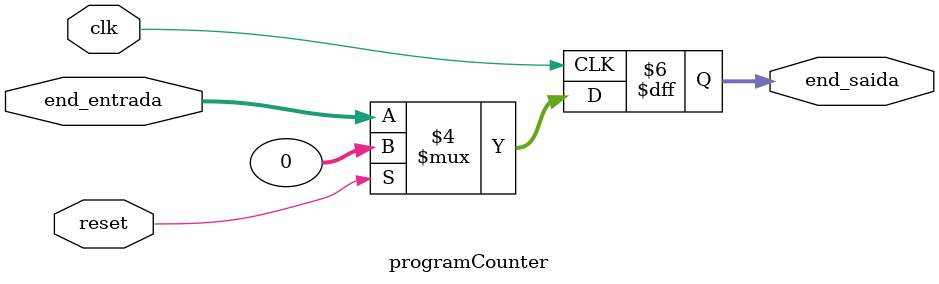
<source format=v>
module programCounter(
end_entrada,
end_saida,
clk,
reset
);

	input [31:0] end_entrada;
	input clk;
	input reset;
		
	output reg[31:0] end_saida;

	always @ (posedge clk) begin
		if (reset == 1'b1) end_saida <= 32'b00000000000000000000000000000000;
		else end_saida <= end_entrada;
	end

endmodule

</source>
